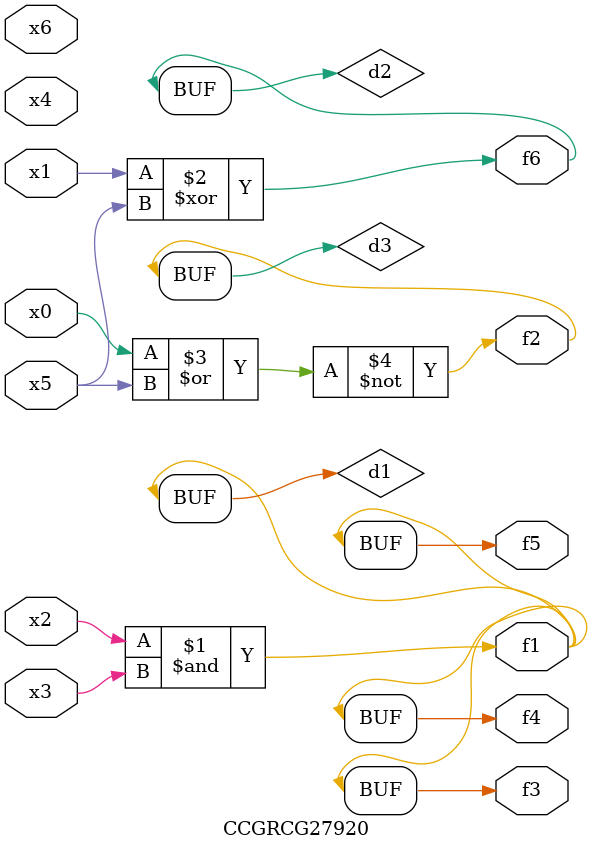
<source format=v>
module CCGRCG27920(
	input x0, x1, x2, x3, x4, x5, x6,
	output f1, f2, f3, f4, f5, f6
);

	wire d1, d2, d3;

	and (d1, x2, x3);
	xor (d2, x1, x5);
	nor (d3, x0, x5);
	assign f1 = d1;
	assign f2 = d3;
	assign f3 = d1;
	assign f4 = d1;
	assign f5 = d1;
	assign f6 = d2;
endmodule

</source>
